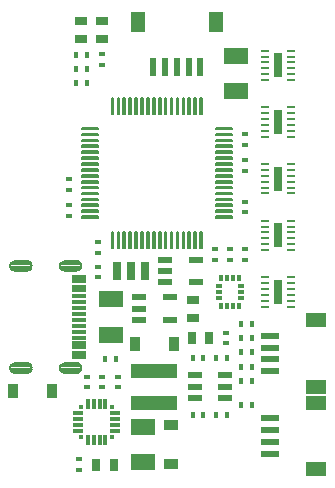
<source format=gtp>
G75*
G70*
%OFA0B0*%
%FSLAX24Y24*%
%IPPOS*%
%LPD*%
%AMOC8*
5,1,8,0,0,1.08239X$1,22.5*
%
%ADD10R,0.0157X0.0236*%
%ADD11R,0.0787X0.0551*%
%ADD12R,0.1575X0.0472*%
%ADD13R,0.0472X0.0217*%
%ADD14R,0.0276X0.0394*%
%ADD15C,0.0055*%
%ADD16R,0.0276X0.0630*%
%ADD17R,0.0236X0.0157*%
%ADD18R,0.0394X0.0276*%
%ADD19R,0.0472X0.0354*%
%ADD20R,0.0610X0.0236*%
%ADD21R,0.0709X0.0472*%
%ADD22R,0.0157X0.0157*%
%ADD23R,0.0354X0.0118*%
%ADD24R,0.0118X0.0354*%
%ADD25R,0.0354X0.0472*%
%ADD26R,0.0315X0.0098*%
%ADD27R,0.0315X0.0787*%
%ADD28R,0.0118X0.0236*%
%ADD29R,0.0236X0.0118*%
%ADD30R,0.0512X0.0118*%
%ADD31C,0.0079*%
%ADD32R,0.0236X0.0610*%
%ADD33R,0.0472X0.0709*%
D10*
X034890Y025185D03*
X035244Y025185D03*
X037803Y025224D03*
X038157Y025224D03*
X038591Y025224D03*
X038945Y025224D03*
X039417Y025421D03*
X039772Y025421D03*
X039772Y024949D03*
X039417Y024949D03*
X039417Y024476D03*
X039772Y024476D03*
X039772Y023650D03*
X039417Y023650D03*
X038945Y023335D03*
X038591Y023335D03*
X038157Y023335D03*
X037803Y023335D03*
X039417Y025894D03*
X039772Y025894D03*
X039772Y026366D03*
X039417Y026366D03*
X034260Y034398D03*
X033906Y034398D03*
X033906Y034870D03*
X034260Y034870D03*
X034260Y035343D03*
X033906Y035343D03*
D11*
X039240Y035303D03*
X039240Y034122D03*
X035067Y027193D03*
X035067Y026012D03*
X036130Y022941D03*
X036130Y021760D03*
D12*
X036524Y023748D03*
X036524Y024811D03*
D13*
X037862Y024654D03*
X037862Y024280D03*
X037862Y023906D03*
X038886Y023906D03*
X038886Y024280D03*
X038886Y024654D03*
X037035Y026504D03*
X036012Y026504D03*
X036012Y026878D03*
X036012Y027252D03*
X036878Y027764D03*
X036878Y028138D03*
X036878Y028512D03*
X037902Y028512D03*
X037902Y027764D03*
X037035Y027252D03*
D14*
X037764Y025894D03*
X038354Y025894D03*
X035165Y021681D03*
X034575Y021681D03*
D15*
X035154Y028907D02*
X035154Y029439D01*
X035154Y028907D02*
X035098Y028907D01*
X035098Y029439D01*
X035154Y029439D01*
X035154Y028961D02*
X035098Y028961D01*
X035098Y029015D02*
X035154Y029015D01*
X035154Y029069D02*
X035098Y029069D01*
X035098Y029123D02*
X035154Y029123D01*
X035154Y029177D02*
X035098Y029177D01*
X035098Y029231D02*
X035154Y029231D01*
X035154Y029285D02*
X035098Y029285D01*
X035098Y029339D02*
X035154Y029339D01*
X035154Y029393D02*
X035098Y029393D01*
X035351Y029439D02*
X035351Y028907D01*
X035295Y028907D01*
X035295Y029439D01*
X035351Y029439D01*
X035351Y028961D02*
X035295Y028961D01*
X035295Y029015D02*
X035351Y029015D01*
X035351Y029069D02*
X035295Y029069D01*
X035295Y029123D02*
X035351Y029123D01*
X035351Y029177D02*
X035295Y029177D01*
X035295Y029231D02*
X035351Y029231D01*
X035351Y029285D02*
X035295Y029285D01*
X035295Y029339D02*
X035351Y029339D01*
X035351Y029393D02*
X035295Y029393D01*
X035548Y029439D02*
X035548Y028907D01*
X035492Y028907D01*
X035492Y029439D01*
X035548Y029439D01*
X035548Y028961D02*
X035492Y028961D01*
X035492Y029015D02*
X035548Y029015D01*
X035548Y029069D02*
X035492Y029069D01*
X035492Y029123D02*
X035548Y029123D01*
X035548Y029177D02*
X035492Y029177D01*
X035492Y029231D02*
X035548Y029231D01*
X035548Y029285D02*
X035492Y029285D01*
X035492Y029339D02*
X035548Y029339D01*
X035548Y029393D02*
X035492Y029393D01*
X035745Y029439D02*
X035745Y028907D01*
X035689Y028907D01*
X035689Y029439D01*
X035745Y029439D01*
X035745Y028961D02*
X035689Y028961D01*
X035689Y029015D02*
X035745Y029015D01*
X035745Y029069D02*
X035689Y029069D01*
X035689Y029123D02*
X035745Y029123D01*
X035745Y029177D02*
X035689Y029177D01*
X035689Y029231D02*
X035745Y029231D01*
X035745Y029285D02*
X035689Y029285D01*
X035689Y029339D02*
X035745Y029339D01*
X035745Y029393D02*
X035689Y029393D01*
X035941Y029439D02*
X035941Y028907D01*
X035885Y028907D01*
X035885Y029439D01*
X035941Y029439D01*
X035941Y028961D02*
X035885Y028961D01*
X035885Y029015D02*
X035941Y029015D01*
X035941Y029069D02*
X035885Y029069D01*
X035885Y029123D02*
X035941Y029123D01*
X035941Y029177D02*
X035885Y029177D01*
X035885Y029231D02*
X035941Y029231D01*
X035941Y029285D02*
X035885Y029285D01*
X035885Y029339D02*
X035941Y029339D01*
X035941Y029393D02*
X035885Y029393D01*
X036138Y029439D02*
X036138Y028907D01*
X036082Y028907D01*
X036082Y029439D01*
X036138Y029439D01*
X036138Y028961D02*
X036082Y028961D01*
X036082Y029015D02*
X036138Y029015D01*
X036138Y029069D02*
X036082Y029069D01*
X036082Y029123D02*
X036138Y029123D01*
X036138Y029177D02*
X036082Y029177D01*
X036082Y029231D02*
X036138Y029231D01*
X036138Y029285D02*
X036082Y029285D01*
X036082Y029339D02*
X036138Y029339D01*
X036138Y029393D02*
X036082Y029393D01*
X036335Y029439D02*
X036335Y028907D01*
X036279Y028907D01*
X036279Y029439D01*
X036335Y029439D01*
X036335Y028961D02*
X036279Y028961D01*
X036279Y029015D02*
X036335Y029015D01*
X036335Y029069D02*
X036279Y029069D01*
X036279Y029123D02*
X036335Y029123D01*
X036335Y029177D02*
X036279Y029177D01*
X036279Y029231D02*
X036335Y029231D01*
X036335Y029285D02*
X036279Y029285D01*
X036279Y029339D02*
X036335Y029339D01*
X036335Y029393D02*
X036279Y029393D01*
X036532Y029439D02*
X036532Y028907D01*
X036476Y028907D01*
X036476Y029439D01*
X036532Y029439D01*
X036532Y028961D02*
X036476Y028961D01*
X036476Y029015D02*
X036532Y029015D01*
X036532Y029069D02*
X036476Y029069D01*
X036476Y029123D02*
X036532Y029123D01*
X036532Y029177D02*
X036476Y029177D01*
X036476Y029231D02*
X036532Y029231D01*
X036532Y029285D02*
X036476Y029285D01*
X036476Y029339D02*
X036532Y029339D01*
X036532Y029393D02*
X036476Y029393D01*
X036729Y029439D02*
X036729Y028907D01*
X036673Y028907D01*
X036673Y029439D01*
X036729Y029439D01*
X036729Y028961D02*
X036673Y028961D01*
X036673Y029015D02*
X036729Y029015D01*
X036729Y029069D02*
X036673Y029069D01*
X036673Y029123D02*
X036729Y029123D01*
X036729Y029177D02*
X036673Y029177D01*
X036673Y029231D02*
X036729Y029231D01*
X036729Y029285D02*
X036673Y029285D01*
X036673Y029339D02*
X036729Y029339D01*
X036729Y029393D02*
X036673Y029393D01*
X036926Y029439D02*
X036926Y028907D01*
X036870Y028907D01*
X036870Y029439D01*
X036926Y029439D01*
X036926Y028961D02*
X036870Y028961D01*
X036870Y029015D02*
X036926Y029015D01*
X036926Y029069D02*
X036870Y029069D01*
X036870Y029123D02*
X036926Y029123D01*
X036926Y029177D02*
X036870Y029177D01*
X036870Y029231D02*
X036926Y029231D01*
X036926Y029285D02*
X036870Y029285D01*
X036870Y029339D02*
X036926Y029339D01*
X036926Y029393D02*
X036870Y029393D01*
X037122Y029439D02*
X037122Y028907D01*
X037066Y028907D01*
X037066Y029439D01*
X037122Y029439D01*
X037122Y028961D02*
X037066Y028961D01*
X037066Y029015D02*
X037122Y029015D01*
X037122Y029069D02*
X037066Y029069D01*
X037066Y029123D02*
X037122Y029123D01*
X037122Y029177D02*
X037066Y029177D01*
X037066Y029231D02*
X037122Y029231D01*
X037122Y029285D02*
X037066Y029285D01*
X037066Y029339D02*
X037122Y029339D01*
X037122Y029393D02*
X037066Y029393D01*
X037319Y029439D02*
X037319Y028907D01*
X037263Y028907D01*
X037263Y029439D01*
X037319Y029439D01*
X037319Y028961D02*
X037263Y028961D01*
X037263Y029015D02*
X037319Y029015D01*
X037319Y029069D02*
X037263Y029069D01*
X037263Y029123D02*
X037319Y029123D01*
X037319Y029177D02*
X037263Y029177D01*
X037263Y029231D02*
X037319Y029231D01*
X037319Y029285D02*
X037263Y029285D01*
X037263Y029339D02*
X037319Y029339D01*
X037319Y029393D02*
X037263Y029393D01*
X037516Y029439D02*
X037516Y028907D01*
X037460Y028907D01*
X037460Y029439D01*
X037516Y029439D01*
X037516Y028961D02*
X037460Y028961D01*
X037460Y029015D02*
X037516Y029015D01*
X037516Y029069D02*
X037460Y029069D01*
X037460Y029123D02*
X037516Y029123D01*
X037516Y029177D02*
X037460Y029177D01*
X037460Y029231D02*
X037516Y029231D01*
X037516Y029285D02*
X037460Y029285D01*
X037460Y029339D02*
X037516Y029339D01*
X037516Y029393D02*
X037460Y029393D01*
X037713Y029439D02*
X037713Y028907D01*
X037657Y028907D01*
X037657Y029439D01*
X037713Y029439D01*
X037713Y028961D02*
X037657Y028961D01*
X037657Y029015D02*
X037713Y029015D01*
X037713Y029069D02*
X037657Y029069D01*
X037657Y029123D02*
X037713Y029123D01*
X037713Y029177D02*
X037657Y029177D01*
X037657Y029231D02*
X037713Y029231D01*
X037713Y029285D02*
X037657Y029285D01*
X037657Y029339D02*
X037713Y029339D01*
X037713Y029393D02*
X037657Y029393D01*
X037910Y029439D02*
X037910Y028907D01*
X037854Y028907D01*
X037854Y029439D01*
X037910Y029439D01*
X037910Y028961D02*
X037854Y028961D01*
X037854Y029015D02*
X037910Y029015D01*
X037910Y029069D02*
X037854Y029069D01*
X037854Y029123D02*
X037910Y029123D01*
X037910Y029177D02*
X037854Y029177D01*
X037854Y029231D02*
X037910Y029231D01*
X037910Y029285D02*
X037854Y029285D01*
X037854Y029339D02*
X037910Y029339D01*
X037910Y029393D02*
X037854Y029393D01*
X038107Y029439D02*
X038107Y028907D01*
X038051Y028907D01*
X038051Y029439D01*
X038107Y029439D01*
X038107Y028961D02*
X038051Y028961D01*
X038051Y029015D02*
X038107Y029015D01*
X038107Y029069D02*
X038051Y029069D01*
X038051Y029123D02*
X038107Y029123D01*
X038107Y029177D02*
X038051Y029177D01*
X038051Y029231D02*
X038107Y029231D01*
X038107Y029285D02*
X038051Y029285D01*
X038051Y029339D02*
X038107Y029339D01*
X038107Y029393D02*
X038051Y029393D01*
X038569Y029957D02*
X039101Y029957D01*
X039101Y029901D01*
X038569Y029901D01*
X038569Y029957D01*
X038569Y029955D02*
X039101Y029955D01*
X039101Y030154D02*
X038569Y030154D01*
X039101Y030154D02*
X039101Y030098D01*
X038569Y030098D01*
X038569Y030154D01*
X038569Y030152D02*
X039101Y030152D01*
X039101Y030351D02*
X038569Y030351D01*
X039101Y030351D02*
X039101Y030295D01*
X038569Y030295D01*
X038569Y030351D01*
X038569Y030349D02*
X039101Y030349D01*
X039101Y030548D02*
X038569Y030548D01*
X039101Y030548D02*
X039101Y030492D01*
X038569Y030492D01*
X038569Y030548D01*
X038569Y030546D02*
X039101Y030546D01*
X039101Y030745D02*
X038569Y030745D01*
X039101Y030745D02*
X039101Y030689D01*
X038569Y030689D01*
X038569Y030745D01*
X038569Y030743D02*
X039101Y030743D01*
X039101Y030941D02*
X038569Y030941D01*
X039101Y030941D02*
X039101Y030885D01*
X038569Y030885D01*
X038569Y030941D01*
X038569Y030939D02*
X039101Y030939D01*
X039101Y031138D02*
X038569Y031138D01*
X039101Y031138D02*
X039101Y031082D01*
X038569Y031082D01*
X038569Y031138D01*
X038569Y031136D02*
X039101Y031136D01*
X039101Y031335D02*
X038569Y031335D01*
X039101Y031335D02*
X039101Y031279D01*
X038569Y031279D01*
X038569Y031335D01*
X038569Y031333D02*
X039101Y031333D01*
X039101Y031532D02*
X038569Y031532D01*
X039101Y031532D02*
X039101Y031476D01*
X038569Y031476D01*
X038569Y031532D01*
X038569Y031530D02*
X039101Y031530D01*
X039101Y031729D02*
X038569Y031729D01*
X039101Y031729D02*
X039101Y031673D01*
X038569Y031673D01*
X038569Y031729D01*
X038569Y031727D02*
X039101Y031727D01*
X039101Y031926D02*
X038569Y031926D01*
X039101Y031926D02*
X039101Y031870D01*
X038569Y031870D01*
X038569Y031926D01*
X038569Y031924D02*
X039101Y031924D01*
X039101Y032122D02*
X038569Y032122D01*
X039101Y032122D02*
X039101Y032066D01*
X038569Y032066D01*
X038569Y032122D01*
X038569Y032120D02*
X039101Y032120D01*
X039101Y032319D02*
X038569Y032319D01*
X039101Y032319D02*
X039101Y032263D01*
X038569Y032263D01*
X038569Y032319D01*
X038569Y032317D02*
X039101Y032317D01*
X039101Y032516D02*
X038569Y032516D01*
X039101Y032516D02*
X039101Y032460D01*
X038569Y032460D01*
X038569Y032516D01*
X038569Y032514D02*
X039101Y032514D01*
X039101Y032713D02*
X038569Y032713D01*
X039101Y032713D02*
X039101Y032657D01*
X038569Y032657D01*
X038569Y032713D01*
X038569Y032711D02*
X039101Y032711D01*
X039101Y032910D02*
X038569Y032910D01*
X039101Y032910D02*
X039101Y032854D01*
X038569Y032854D01*
X038569Y032910D01*
X038569Y032908D02*
X039101Y032908D01*
X038107Y033372D02*
X038107Y033904D01*
X038107Y033372D02*
X038051Y033372D01*
X038051Y033904D01*
X038107Y033904D01*
X038107Y033426D02*
X038051Y033426D01*
X038051Y033480D02*
X038107Y033480D01*
X038107Y033534D02*
X038051Y033534D01*
X038051Y033588D02*
X038107Y033588D01*
X038107Y033642D02*
X038051Y033642D01*
X038051Y033696D02*
X038107Y033696D01*
X038107Y033750D02*
X038051Y033750D01*
X038051Y033804D02*
X038107Y033804D01*
X038107Y033858D02*
X038051Y033858D01*
X037910Y033904D02*
X037910Y033372D01*
X037854Y033372D01*
X037854Y033904D01*
X037910Y033904D01*
X037910Y033426D02*
X037854Y033426D01*
X037854Y033480D02*
X037910Y033480D01*
X037910Y033534D02*
X037854Y033534D01*
X037854Y033588D02*
X037910Y033588D01*
X037910Y033642D02*
X037854Y033642D01*
X037854Y033696D02*
X037910Y033696D01*
X037910Y033750D02*
X037854Y033750D01*
X037854Y033804D02*
X037910Y033804D01*
X037910Y033858D02*
X037854Y033858D01*
X037713Y033904D02*
X037713Y033372D01*
X037657Y033372D01*
X037657Y033904D01*
X037713Y033904D01*
X037713Y033426D02*
X037657Y033426D01*
X037657Y033480D02*
X037713Y033480D01*
X037713Y033534D02*
X037657Y033534D01*
X037657Y033588D02*
X037713Y033588D01*
X037713Y033642D02*
X037657Y033642D01*
X037657Y033696D02*
X037713Y033696D01*
X037713Y033750D02*
X037657Y033750D01*
X037657Y033804D02*
X037713Y033804D01*
X037713Y033858D02*
X037657Y033858D01*
X037516Y033904D02*
X037516Y033372D01*
X037460Y033372D01*
X037460Y033904D01*
X037516Y033904D01*
X037516Y033426D02*
X037460Y033426D01*
X037460Y033480D02*
X037516Y033480D01*
X037516Y033534D02*
X037460Y033534D01*
X037460Y033588D02*
X037516Y033588D01*
X037516Y033642D02*
X037460Y033642D01*
X037460Y033696D02*
X037516Y033696D01*
X037516Y033750D02*
X037460Y033750D01*
X037460Y033804D02*
X037516Y033804D01*
X037516Y033858D02*
X037460Y033858D01*
X037319Y033904D02*
X037319Y033372D01*
X037263Y033372D01*
X037263Y033904D01*
X037319Y033904D01*
X037319Y033426D02*
X037263Y033426D01*
X037263Y033480D02*
X037319Y033480D01*
X037319Y033534D02*
X037263Y033534D01*
X037263Y033588D02*
X037319Y033588D01*
X037319Y033642D02*
X037263Y033642D01*
X037263Y033696D02*
X037319Y033696D01*
X037319Y033750D02*
X037263Y033750D01*
X037263Y033804D02*
X037319Y033804D01*
X037319Y033858D02*
X037263Y033858D01*
X037122Y033904D02*
X037122Y033372D01*
X037066Y033372D01*
X037066Y033904D01*
X037122Y033904D01*
X037122Y033426D02*
X037066Y033426D01*
X037066Y033480D02*
X037122Y033480D01*
X037122Y033534D02*
X037066Y033534D01*
X037066Y033588D02*
X037122Y033588D01*
X037122Y033642D02*
X037066Y033642D01*
X037066Y033696D02*
X037122Y033696D01*
X037122Y033750D02*
X037066Y033750D01*
X037066Y033804D02*
X037122Y033804D01*
X037122Y033858D02*
X037066Y033858D01*
X036926Y033904D02*
X036926Y033372D01*
X036870Y033372D01*
X036870Y033904D01*
X036926Y033904D01*
X036926Y033426D02*
X036870Y033426D01*
X036870Y033480D02*
X036926Y033480D01*
X036926Y033534D02*
X036870Y033534D01*
X036870Y033588D02*
X036926Y033588D01*
X036926Y033642D02*
X036870Y033642D01*
X036870Y033696D02*
X036926Y033696D01*
X036926Y033750D02*
X036870Y033750D01*
X036870Y033804D02*
X036926Y033804D01*
X036926Y033858D02*
X036870Y033858D01*
X036729Y033904D02*
X036729Y033372D01*
X036673Y033372D01*
X036673Y033904D01*
X036729Y033904D01*
X036729Y033426D02*
X036673Y033426D01*
X036673Y033480D02*
X036729Y033480D01*
X036729Y033534D02*
X036673Y033534D01*
X036673Y033588D02*
X036729Y033588D01*
X036729Y033642D02*
X036673Y033642D01*
X036673Y033696D02*
X036729Y033696D01*
X036729Y033750D02*
X036673Y033750D01*
X036673Y033804D02*
X036729Y033804D01*
X036729Y033858D02*
X036673Y033858D01*
X036532Y033904D02*
X036532Y033372D01*
X036476Y033372D01*
X036476Y033904D01*
X036532Y033904D01*
X036532Y033426D02*
X036476Y033426D01*
X036476Y033480D02*
X036532Y033480D01*
X036532Y033534D02*
X036476Y033534D01*
X036476Y033588D02*
X036532Y033588D01*
X036532Y033642D02*
X036476Y033642D01*
X036476Y033696D02*
X036532Y033696D01*
X036532Y033750D02*
X036476Y033750D01*
X036476Y033804D02*
X036532Y033804D01*
X036532Y033858D02*
X036476Y033858D01*
X036335Y033904D02*
X036335Y033372D01*
X036279Y033372D01*
X036279Y033904D01*
X036335Y033904D01*
X036335Y033426D02*
X036279Y033426D01*
X036279Y033480D02*
X036335Y033480D01*
X036335Y033534D02*
X036279Y033534D01*
X036279Y033588D02*
X036335Y033588D01*
X036335Y033642D02*
X036279Y033642D01*
X036279Y033696D02*
X036335Y033696D01*
X036335Y033750D02*
X036279Y033750D01*
X036279Y033804D02*
X036335Y033804D01*
X036335Y033858D02*
X036279Y033858D01*
X036138Y033904D02*
X036138Y033372D01*
X036082Y033372D01*
X036082Y033904D01*
X036138Y033904D01*
X036138Y033426D02*
X036082Y033426D01*
X036082Y033480D02*
X036138Y033480D01*
X036138Y033534D02*
X036082Y033534D01*
X036082Y033588D02*
X036138Y033588D01*
X036138Y033642D02*
X036082Y033642D01*
X036082Y033696D02*
X036138Y033696D01*
X036138Y033750D02*
X036082Y033750D01*
X036082Y033804D02*
X036138Y033804D01*
X036138Y033858D02*
X036082Y033858D01*
X035941Y033904D02*
X035941Y033372D01*
X035885Y033372D01*
X035885Y033904D01*
X035941Y033904D01*
X035941Y033426D02*
X035885Y033426D01*
X035885Y033480D02*
X035941Y033480D01*
X035941Y033534D02*
X035885Y033534D01*
X035885Y033588D02*
X035941Y033588D01*
X035941Y033642D02*
X035885Y033642D01*
X035885Y033696D02*
X035941Y033696D01*
X035941Y033750D02*
X035885Y033750D01*
X035885Y033804D02*
X035941Y033804D01*
X035941Y033858D02*
X035885Y033858D01*
X035745Y033904D02*
X035745Y033372D01*
X035689Y033372D01*
X035689Y033904D01*
X035745Y033904D01*
X035745Y033426D02*
X035689Y033426D01*
X035689Y033480D02*
X035745Y033480D01*
X035745Y033534D02*
X035689Y033534D01*
X035689Y033588D02*
X035745Y033588D01*
X035745Y033642D02*
X035689Y033642D01*
X035689Y033696D02*
X035745Y033696D01*
X035745Y033750D02*
X035689Y033750D01*
X035689Y033804D02*
X035745Y033804D01*
X035745Y033858D02*
X035689Y033858D01*
X035548Y033904D02*
X035548Y033372D01*
X035492Y033372D01*
X035492Y033904D01*
X035548Y033904D01*
X035548Y033426D02*
X035492Y033426D01*
X035492Y033480D02*
X035548Y033480D01*
X035548Y033534D02*
X035492Y033534D01*
X035492Y033588D02*
X035548Y033588D01*
X035548Y033642D02*
X035492Y033642D01*
X035492Y033696D02*
X035548Y033696D01*
X035548Y033750D02*
X035492Y033750D01*
X035492Y033804D02*
X035548Y033804D01*
X035548Y033858D02*
X035492Y033858D01*
X035351Y033904D02*
X035351Y033372D01*
X035295Y033372D01*
X035295Y033904D01*
X035351Y033904D01*
X035351Y033426D02*
X035295Y033426D01*
X035295Y033480D02*
X035351Y033480D01*
X035351Y033534D02*
X035295Y033534D01*
X035295Y033588D02*
X035351Y033588D01*
X035351Y033642D02*
X035295Y033642D01*
X035295Y033696D02*
X035351Y033696D01*
X035351Y033750D02*
X035295Y033750D01*
X035295Y033804D02*
X035351Y033804D01*
X035351Y033858D02*
X035295Y033858D01*
X035154Y033904D02*
X035154Y033372D01*
X035098Y033372D01*
X035098Y033904D01*
X035154Y033904D01*
X035154Y033426D02*
X035098Y033426D01*
X035098Y033480D02*
X035154Y033480D01*
X035154Y033534D02*
X035098Y033534D01*
X035098Y033588D02*
X035154Y033588D01*
X035154Y033642D02*
X035098Y033642D01*
X035098Y033696D02*
X035154Y033696D01*
X035154Y033750D02*
X035098Y033750D01*
X035098Y033804D02*
X035154Y033804D01*
X035154Y033858D02*
X035098Y033858D01*
X034636Y032910D02*
X034104Y032910D01*
X034636Y032910D02*
X034636Y032854D01*
X034104Y032854D01*
X034104Y032910D01*
X034104Y032908D02*
X034636Y032908D01*
X034636Y032713D02*
X034104Y032713D01*
X034636Y032713D02*
X034636Y032657D01*
X034104Y032657D01*
X034104Y032713D01*
X034104Y032711D02*
X034636Y032711D01*
X034636Y032516D02*
X034104Y032516D01*
X034636Y032516D02*
X034636Y032460D01*
X034104Y032460D01*
X034104Y032516D01*
X034104Y032514D02*
X034636Y032514D01*
X034636Y032319D02*
X034104Y032319D01*
X034636Y032319D02*
X034636Y032263D01*
X034104Y032263D01*
X034104Y032319D01*
X034104Y032317D02*
X034636Y032317D01*
X034636Y032122D02*
X034104Y032122D01*
X034636Y032122D02*
X034636Y032066D01*
X034104Y032066D01*
X034104Y032122D01*
X034104Y032120D02*
X034636Y032120D01*
X034636Y031926D02*
X034104Y031926D01*
X034636Y031926D02*
X034636Y031870D01*
X034104Y031870D01*
X034104Y031926D01*
X034104Y031924D02*
X034636Y031924D01*
X034636Y031729D02*
X034104Y031729D01*
X034636Y031729D02*
X034636Y031673D01*
X034104Y031673D01*
X034104Y031729D01*
X034104Y031727D02*
X034636Y031727D01*
X034636Y031532D02*
X034104Y031532D01*
X034636Y031532D02*
X034636Y031476D01*
X034104Y031476D01*
X034104Y031532D01*
X034104Y031530D02*
X034636Y031530D01*
X034636Y031335D02*
X034104Y031335D01*
X034636Y031335D02*
X034636Y031279D01*
X034104Y031279D01*
X034104Y031335D01*
X034104Y031333D02*
X034636Y031333D01*
X034636Y031138D02*
X034104Y031138D01*
X034636Y031138D02*
X034636Y031082D01*
X034104Y031082D01*
X034104Y031138D01*
X034104Y031136D02*
X034636Y031136D01*
X034636Y030941D02*
X034104Y030941D01*
X034636Y030941D02*
X034636Y030885D01*
X034104Y030885D01*
X034104Y030941D01*
X034104Y030939D02*
X034636Y030939D01*
X034636Y030745D02*
X034104Y030745D01*
X034636Y030745D02*
X034636Y030689D01*
X034104Y030689D01*
X034104Y030745D01*
X034104Y030743D02*
X034636Y030743D01*
X034636Y030548D02*
X034104Y030548D01*
X034636Y030548D02*
X034636Y030492D01*
X034104Y030492D01*
X034104Y030548D01*
X034104Y030546D02*
X034636Y030546D01*
X034636Y030351D02*
X034104Y030351D01*
X034636Y030351D02*
X034636Y030295D01*
X034104Y030295D01*
X034104Y030351D01*
X034104Y030349D02*
X034636Y030349D01*
X034636Y030154D02*
X034104Y030154D01*
X034636Y030154D02*
X034636Y030098D01*
X034104Y030098D01*
X034104Y030154D01*
X034104Y030152D02*
X034636Y030152D01*
X034636Y029957D02*
X034104Y029957D01*
X034636Y029957D02*
X034636Y029901D01*
X034104Y029901D01*
X034104Y029957D01*
X034104Y029955D02*
X034636Y029955D01*
D16*
X035264Y028138D03*
X035736Y028138D03*
X036209Y028138D03*
D17*
X034634Y028276D03*
X034634Y027921D03*
X034634Y028748D03*
X034634Y029102D03*
X033689Y029969D03*
X033689Y030323D03*
X033689Y030835D03*
X033689Y031189D03*
X038531Y028866D03*
X038531Y028512D03*
X039043Y028512D03*
X039043Y028866D03*
X039555Y028866D03*
X039555Y028512D03*
X039555Y030087D03*
X039555Y030441D03*
X039555Y031465D03*
X039555Y031819D03*
X039555Y032331D03*
X039555Y032685D03*
X034791Y035008D03*
X034791Y035362D03*
X038925Y026071D03*
X038925Y025717D03*
X035303Y024614D03*
X035303Y024260D03*
X034791Y024260D03*
X034791Y024614D03*
X034280Y024614D03*
X034280Y024260D03*
X034004Y021858D03*
X034004Y021504D03*
D18*
X037823Y026583D03*
X037823Y027173D03*
X034791Y035874D03*
X034791Y036465D03*
X034083Y036465D03*
X034083Y035874D03*
D19*
X037075Y023000D03*
X037075Y021701D03*
D20*
X040392Y022035D03*
X040392Y022429D03*
X040392Y022823D03*
X040392Y023217D03*
X040392Y024791D03*
X040392Y025185D03*
X040392Y025579D03*
X040392Y025972D03*
D21*
X041917Y026484D03*
X041917Y024280D03*
X041917Y023728D03*
X041917Y021524D03*
D22*
X035106Y022587D03*
X034083Y022587D03*
X034083Y023610D03*
X035106Y023610D03*
D23*
X035205Y023394D03*
X035205Y023197D03*
X035205Y023000D03*
X035205Y022803D03*
X033984Y022803D03*
X033984Y023000D03*
X033984Y023197D03*
X033984Y023394D03*
D24*
X034299Y023709D03*
X034496Y023709D03*
X034693Y023709D03*
X034890Y023709D03*
X034890Y022488D03*
X034693Y022488D03*
X034496Y022488D03*
X034299Y022488D03*
D25*
X031819Y024122D03*
X033118Y024122D03*
X035874Y025697D03*
X037173Y025697D03*
D26*
X040224Y026937D03*
X040224Y027134D03*
X040224Y027331D03*
X040224Y027528D03*
X040224Y027724D03*
X040224Y027921D03*
X041091Y027921D03*
X041091Y027724D03*
X041091Y027528D03*
X041091Y027331D03*
X041091Y027134D03*
X041091Y026937D03*
X041091Y028827D03*
X041091Y029024D03*
X041091Y029220D03*
X041091Y029417D03*
X041091Y029614D03*
X041091Y029811D03*
X041091Y030717D03*
X041091Y030913D03*
X041091Y031110D03*
X041091Y031307D03*
X041091Y031504D03*
X041091Y031701D03*
X040224Y031701D03*
X040224Y031504D03*
X040224Y031307D03*
X040224Y031110D03*
X040224Y030913D03*
X040224Y030717D03*
X040224Y029811D03*
X040224Y029614D03*
X040224Y029417D03*
X040224Y029220D03*
X040224Y029024D03*
X040224Y028827D03*
X040224Y032606D03*
X040224Y032803D03*
X040224Y033000D03*
X040224Y033197D03*
X040224Y033394D03*
X040224Y033591D03*
X040224Y034496D03*
X040224Y034693D03*
X040224Y034890D03*
X040224Y035087D03*
X040224Y035283D03*
X040224Y035480D03*
X041091Y035480D03*
X041091Y035283D03*
X041091Y035087D03*
X041091Y034890D03*
X041091Y034693D03*
X041091Y034496D03*
X041091Y033591D03*
X041091Y033394D03*
X041091Y033197D03*
X041091Y033000D03*
X041091Y032803D03*
X041091Y032606D03*
D27*
X040657Y033098D03*
X040657Y034988D03*
X040657Y031209D03*
X040657Y029319D03*
X040657Y027429D03*
D28*
X039339Y026957D03*
X039142Y026957D03*
X038945Y026957D03*
X038748Y026957D03*
X038748Y027902D03*
X038945Y027902D03*
X039142Y027902D03*
X039339Y027902D03*
D29*
X039417Y027626D03*
X039417Y027429D03*
X039417Y027232D03*
X038669Y027232D03*
X038669Y027429D03*
X038669Y027626D03*
D30*
X034024Y027606D03*
X034024Y027488D03*
X034024Y027291D03*
X034024Y027094D03*
X034024Y026898D03*
X034024Y026701D03*
X034024Y026504D03*
X034024Y026307D03*
X034024Y026110D03*
X034024Y025913D03*
X034024Y025717D03*
X034024Y025598D03*
X034024Y025402D03*
X034024Y025283D03*
X034024Y027803D03*
X034024Y027921D03*
D31*
X033960Y028152D02*
X033925Y028148D01*
X033531Y028148D01*
X033496Y028152D01*
X033463Y028163D01*
X033433Y028182D01*
X033408Y028207D01*
X033390Y028237D01*
X033378Y028270D01*
X033374Y028305D01*
X033378Y028340D01*
X033390Y028373D01*
X033408Y028403D01*
X033433Y028428D01*
X033463Y028447D01*
X033496Y028459D01*
X033531Y028463D01*
X033925Y028463D01*
X033960Y028459D01*
X033994Y028447D01*
X034023Y028428D01*
X034048Y028403D01*
X034067Y028373D01*
X034079Y028340D01*
X034083Y028305D01*
X034079Y028270D01*
X034067Y028237D01*
X034048Y028207D01*
X034023Y028182D01*
X033994Y028163D01*
X033960Y028152D01*
X034040Y028198D02*
X033417Y028198D01*
X033377Y028275D02*
X034079Y028275D01*
X034074Y028353D02*
X033382Y028353D01*
X033436Y028430D02*
X034021Y028430D01*
X032429Y028305D02*
X032425Y028270D01*
X032414Y028237D01*
X032395Y028207D01*
X032370Y028182D01*
X032340Y028163D01*
X032307Y028152D01*
X032272Y028148D01*
X031878Y028148D01*
X031843Y028152D01*
X031810Y028163D01*
X031780Y028182D01*
X031755Y028207D01*
X031736Y028237D01*
X031724Y028270D01*
X031720Y028305D01*
X031724Y028340D01*
X031736Y028373D01*
X031755Y028403D01*
X031780Y028428D01*
X031810Y028447D01*
X031843Y028459D01*
X031878Y028463D01*
X032272Y028463D01*
X032307Y028459D01*
X032340Y028447D01*
X032370Y028428D01*
X032395Y028403D01*
X032414Y028373D01*
X032425Y028340D01*
X032429Y028305D01*
X032426Y028275D02*
X031724Y028275D01*
X031729Y028353D02*
X032421Y028353D01*
X032367Y028430D02*
X031782Y028430D01*
X031764Y028198D02*
X032386Y028198D01*
X032272Y025057D02*
X031878Y025057D01*
X031843Y025053D01*
X031810Y025041D01*
X031780Y025023D01*
X031755Y024998D01*
X031736Y024968D01*
X031724Y024935D01*
X031720Y024900D01*
X031724Y024865D01*
X031736Y024831D01*
X031755Y024801D01*
X031780Y024776D01*
X031810Y024758D01*
X031843Y024746D01*
X031878Y024742D01*
X032272Y024742D01*
X032307Y024746D01*
X032340Y024758D01*
X032370Y024776D01*
X032395Y024801D01*
X032414Y024831D01*
X032425Y024865D01*
X032429Y024900D01*
X032425Y024935D01*
X032414Y024968D01*
X032395Y024998D01*
X032370Y025023D01*
X032340Y025041D01*
X032307Y025053D01*
X032272Y025057D01*
X032356Y025031D02*
X031793Y025031D01*
X031731Y024954D02*
X032418Y024954D01*
X032427Y024877D02*
X031723Y024877D01*
X031757Y024800D02*
X032393Y024800D01*
X033374Y024900D02*
X033378Y024935D01*
X033390Y024968D01*
X033408Y024998D01*
X033433Y025023D01*
X033463Y025041D01*
X033496Y025053D01*
X033531Y025057D01*
X033925Y025057D01*
X033960Y025053D01*
X033994Y025041D01*
X034023Y025023D01*
X034048Y024998D01*
X034067Y024968D01*
X034079Y024935D01*
X034083Y024900D01*
X034079Y024865D01*
X034067Y024831D01*
X034048Y024801D01*
X034023Y024776D01*
X033994Y024758D01*
X033960Y024746D01*
X033925Y024742D01*
X033531Y024742D01*
X033496Y024746D01*
X033463Y024758D01*
X033433Y024776D01*
X033408Y024801D01*
X033390Y024831D01*
X033378Y024865D01*
X033374Y024900D01*
X033377Y024877D02*
X034080Y024877D01*
X034072Y024954D02*
X033385Y024954D01*
X033447Y025031D02*
X034010Y025031D01*
X034046Y024800D02*
X033410Y024800D01*
D32*
X036484Y034919D03*
X036878Y034919D03*
X037272Y034919D03*
X037665Y034919D03*
X038059Y034919D03*
D33*
X038571Y036445D03*
X035972Y036445D03*
M02*

</source>
